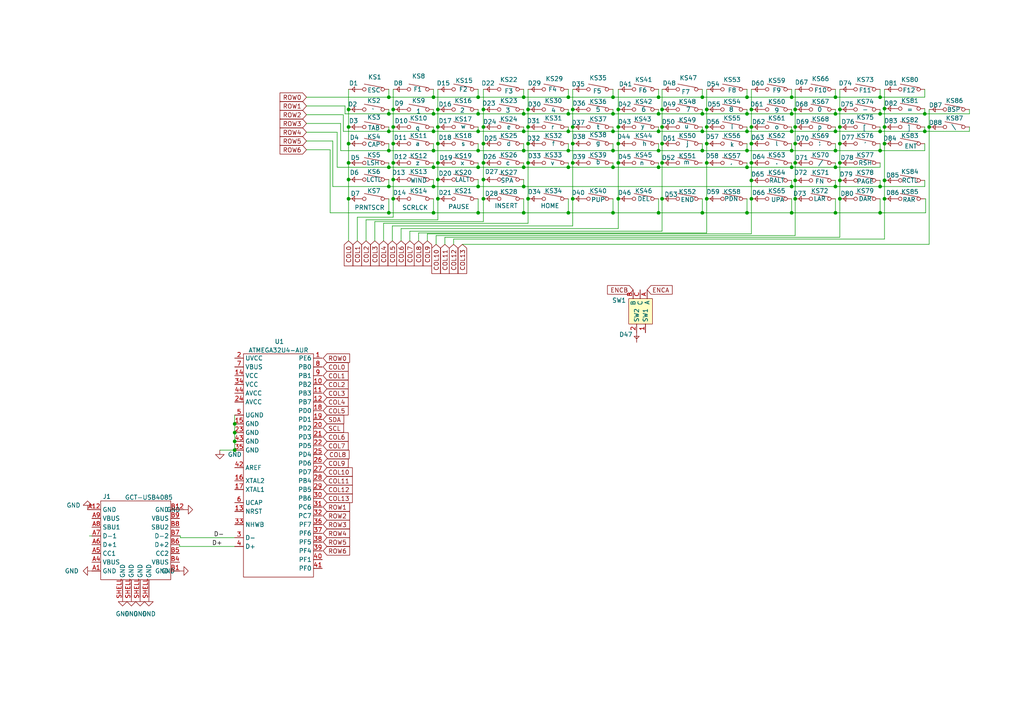
<source format=kicad_sch>
(kicad_sch (version 20211123) (generator eeschema)
  (paper "A4")
  (junction (at 217.932 41.656))
  (junction (at 242.316 33.02))
  (junction (at 125.73 38.1))
  (junction (at 242.316 54.102))
  (junction (at 177.8 48.514))
  (junction (at 179.324 41.656))
  (junction (at 204.978 47.244))
  (junction (at 140.208 36.83))
  (junction (at 140.208 31.75))
  (junction (at 177.8 61.722))
  (junction (at 164.846 43.688))
  (junction (at 243.586 36.83))
  (junction (at 255.27 33.02))
  (junction (at 127 57.658))
  (junction (at 138.684 28.194))
  (junction (at 114.046 41.656))
  (junction (at 101.092 36.83))
  (junction (at 177.8 28.194))
  (junction (at 230.632 41.656))
  (junction (at 204.978 36.83))
  (junction (at 138.684 38.1))
  (junction (at 177.8 43.688))
  (junction (at 256.54 31.496))
  (junction (at 191.008 38.1))
  (junction (at 179.324 36.83))
  (junction (at 153.162 47.244))
  (junction (at 101.092 52.07))
  (junction (at 191.008 61.722))
  (junction (at 101.092 57.658))
  (junction (at 229.616 33.02))
  (junction (at 114.046 52.07))
  (junction (at 153.162 31.75))
  (junction (at 255.27 61.722))
  (junction (at 203.708 38.1))
  (junction (at 192.024 36.83))
  (junction (at 125.73 33.02))
  (junction (at 151.892 28.194))
  (junction (at 151.892 38.1))
  (junction (at 164.846 28.194))
  (junction (at 112.776 38.1))
  (junction (at 204.978 31.75))
  (junction (at 192.024 47.244))
  (junction (at 216.662 33.02))
  (junction (at 153.162 41.656))
  (junction (at 216.662 48.514))
  (junction (at 153.162 57.658))
  (junction (at 125.73 28.194))
  (junction (at 230.632 47.244))
  (junction (at 153.162 36.83))
  (junction (at 164.846 61.722))
  (junction (at 255.27 54.102))
  (junction (at 138.684 33.02))
  (junction (at 255.27 43.688))
  (junction (at 217.932 31.75))
  (junction (at 192.024 41.656))
  (junction (at 151.892 43.688))
  (junction (at 112.776 43.688))
  (junction (at 112.776 61.722))
  (junction (at 203.708 28.194))
  (junction (at 127 47.244))
  (junction (at 217.932 57.658))
  (junction (at 101.092 31.75))
  (junction (at 256.54 52.324))
  (junction (at 229.616 61.722))
  (junction (at 242.316 48.514))
  (junction (at 242.316 43.688))
  (junction (at 192.024 31.75))
  (junction (at 191.008 48.514))
  (junction (at 179.324 57.658))
  (junction (at 256.54 57.658))
  (junction (at 243.586 52.324))
  (junction (at 112.776 48.514))
  (junction (at 242.316 61.722))
  (junction (at 268.224 38.1))
  (junction (at 114.046 47.244))
  (junction (at 230.632 52.324))
  (junction (at 230.632 36.83))
  (junction (at 256.54 41.656))
  (junction (at 166.116 57.658))
  (junction (at 217.932 36.83))
  (junction (at 230.632 31.75))
  (junction (at 68.072 128.016))
  (junction (at 127 41.656))
  (junction (at 164.846 38.1))
  (junction (at 138.684 61.722))
  (junction (at 243.586 41.656))
  (junction (at 177.8 33.02))
  (junction (at 204.978 57.658))
  (junction (at 127 36.83))
  (junction (at 166.116 41.656))
  (junction (at 112.776 33.02))
  (junction (at 242.316 38.1))
  (junction (at 166.116 47.244))
  (junction (at 203.708 61.722))
  (junction (at 166.116 36.83))
  (junction (at 125.73 54.102))
  (junction (at 140.208 47.244))
  (junction (at 203.708 33.02))
  (junction (at 192.024 57.658))
  (junction (at 243.586 31.75))
  (junction (at 151.892 33.02))
  (junction (at 229.616 43.688))
  (junction (at 140.208 52.07))
  (junction (at 191.008 43.688))
  (junction (at 164.846 33.02))
  (junction (at 203.708 43.688))
  (junction (at 229.616 54.102))
  (junction (at 217.932 52.324))
  (junction (at 125.73 43.688))
  (junction (at 151.892 54.102))
  (junction (at 127 52.07))
  (junction (at 255.27 28.194))
  (junction (at 138.684 48.514))
  (junction (at 164.846 48.514))
  (junction (at 229.616 38.1))
  (junction (at 179.324 47.244))
  (junction (at 242.316 28.194))
  (junction (at 151.892 61.722))
  (junction (at 216.662 43.688))
  (junction (at 114.046 57.658))
  (junction (at 179.324 31.75))
  (junction (at 68.072 122.936))
  (junction (at 101.092 47.244))
  (junction (at 114.046 31.75))
  (junction (at 151.892 48.514))
  (junction (at 101.092 41.656))
  (junction (at 191.008 33.02))
  (junction (at 166.116 31.75))
  (junction (at 127 31.75))
  (junction (at 191.008 28.194))
  (junction (at 125.73 48.514))
  (junction (at 268.224 33.02))
  (junction (at 243.586 47.244))
  (junction (at 140.208 57.658))
  (junction (at 243.586 57.658))
  (junction (at 216.662 28.194))
  (junction (at 114.046 36.83))
  (junction (at 204.978 41.656))
  (junction (at 112.776 54.102))
  (junction (at 230.632 57.658))
  (junction (at 125.73 61.722))
  (junction (at 140.208 41.656))
  (junction (at 216.662 38.1))
  (junction (at 229.616 28.194))
  (junction (at 217.932 47.244))
  (junction (at 177.8 38.1))
  (junction (at 229.616 48.514))
  (junction (at 68.072 125.476))
  (junction (at 255.27 38.1))
  (junction (at 112.776 28.194))
  (junction (at 269.494 36.83))
  (junction (at 138.684 43.688))
  (junction (at 138.684 54.102))
  (junction (at 256.54 36.83))
  (junction (at 68.072 130.556))
  (junction (at 216.662 61.722))
  (wire (pts (xy 138.684 61.722) (xy 151.892 61.722)))
  (wire (pts (xy 97.79 38.354) (xy 97.79 48.514)))
  (wire (pts (xy 255.27 31.75) (xy 255.27 33.02)))
  (wire (pts (xy 191.008 61.722) (xy 203.708 61.722)))
  (wire (pts (xy 140.208 36.83) (xy 140.208 41.656)))
  (wire (pts (xy 177.8 33.02) (xy 191.008 33.02)))
  (wire (pts (xy 243.586 25.908) (xy 243.586 31.75)))
  (wire (pts (xy 268.224 41.656) (xy 268.224 43.688)))
  (wire (pts (xy 127 31.75) (xy 127 36.83)))
  (wire (pts (xy 203.708 28.194) (xy 216.662 28.194)))
  (wire (pts (xy 101.092 25.908) (xy 101.092 31.75)))
  (wire (pts (xy 52.07 158.496) (xy 52.07 157.988)))
  (wire (pts (xy 230.632 31.75) (xy 230.632 36.83)))
  (wire (pts (xy 229.616 25.908) (xy 229.616 28.194)))
  (wire (pts (xy 281.178 31.75) (xy 281.178 33.02)))
  (wire (pts (xy 242.316 52.324) (xy 242.316 54.102)))
  (wire (pts (xy 177.8 43.688) (xy 191.008 43.688)))
  (wire (pts (xy 153.162 36.83) (xy 153.162 41.656)))
  (wire (pts (xy 95.758 43.434) (xy 95.758 61.722)))
  (wire (pts (xy 114.046 41.656) (xy 114.046 47.244)))
  (wire (pts (xy 255.27 57.658) (xy 255.27 61.722)))
  (wire (pts (xy 164.846 61.722) (xy 177.8 61.722)))
  (wire (pts (xy 204.978 57.658) (xy 204.978 67.564)))
  (wire (pts (xy 106.172 69.85) (xy 106.172 63.754)))
  (wire (pts (xy 153.162 31.75) (xy 153.162 36.83)))
  (wire (pts (xy 229.616 33.02) (xy 242.316 33.02)))
  (wire (pts (xy 166.116 31.75) (xy 166.116 36.83)))
  (wire (pts (xy 88.9 40.894) (xy 96.52 40.894)))
  (wire (pts (xy 230.632 57.658) (xy 230.632 68.326)))
  (wire (pts (xy 230.632 41.656) (xy 230.632 47.244)))
  (wire (pts (xy 191.008 48.514) (xy 216.662 48.514)))
  (wire (pts (xy 151.892 54.102) (xy 229.616 54.102)))
  (wire (pts (xy 103.632 62.992) (xy 114.046 62.992)))
  (wire (pts (xy 125.73 52.07) (xy 125.73 54.102)))
  (wire (pts (xy 229.616 36.83) (xy 229.616 38.1)))
  (wire (pts (xy 118.872 69.85) (xy 118.872 67.056)))
  (wire (pts (xy 138.684 54.102) (xy 151.892 54.102)))
  (wire (pts (xy 243.586 31.75) (xy 243.586 36.83)))
  (wire (pts (xy 164.846 36.83) (xy 164.846 38.1)))
  (wire (pts (xy 68.072 155.956) (xy 52.324 155.956)))
  (wire (pts (xy 97.79 48.514) (xy 112.776 48.514)))
  (wire (pts (xy 243.586 47.244) (xy 243.586 52.324)))
  (wire (pts (xy 121.412 67.564) (xy 204.978 67.564)))
  (wire (pts (xy 153.162 41.656) (xy 153.162 47.244)))
  (wire (pts (xy 112.776 48.514) (xy 125.73 48.514)))
  (wire (pts (xy 242.316 31.75) (xy 242.316 33.02)))
  (wire (pts (xy 88.9 38.354) (xy 97.79 38.354)))
  (wire (pts (xy 101.092 47.244) (xy 101.092 52.07)))
  (wire (pts (xy 242.316 36.83) (xy 242.316 38.1)))
  (wire (pts (xy 243.586 36.83) (xy 243.586 41.656)))
  (wire (pts (xy 151.892 33.02) (xy 164.846 33.02)))
  (wire (pts (xy 127 25.908) (xy 127 31.75)))
  (wire (pts (xy 216.662 31.75) (xy 216.662 33.02)))
  (wire (pts (xy 153.162 64.77) (xy 153.162 57.658)))
  (wire (pts (xy 125.73 31.75) (xy 125.73 33.02)))
  (wire (pts (xy 112.776 36.83) (xy 112.776 38.1)))
  (wire (pts (xy 203.708 38.1) (xy 216.662 38.1)))
  (wire (pts (xy 268.224 36.83) (xy 268.224 38.1)))
  (wire (pts (xy 166.116 36.83) (xy 166.116 41.656)))
  (wire (pts (xy 203.708 57.658) (xy 203.708 61.722)))
  (wire (pts (xy 113.792 69.85) (xy 113.792 65.532)))
  (wire (pts (xy 179.324 36.83) (xy 179.324 41.656)))
  (wire (pts (xy 127 52.07) (xy 127 57.658)))
  (wire (pts (xy 138.684 28.194) (xy 151.892 28.194)))
  (wire (pts (xy 217.932 25.908) (xy 217.932 31.75)))
  (wire (pts (xy 191.008 28.194) (xy 203.708 28.194)))
  (wire (pts (xy 125.73 25.908) (xy 125.73 28.194)))
  (wire (pts (xy 268.224 33.02) (xy 281.178 33.02)))
  (wire (pts (xy 123.952 69.85) (xy 123.952 67.818)))
  (wire (pts (xy 100.076 30.734) (xy 100.076 33.02)))
  (wire (pts (xy 229.616 52.324) (xy 229.616 54.102)))
  (wire (pts (xy 177.8 57.658) (xy 177.8 61.722)))
  (wire (pts (xy 125.73 33.02) (xy 138.684 33.02)))
  (wire (pts (xy 108.712 69.85) (xy 108.712 64.262)))
  (wire (pts (xy 230.632 25.908) (xy 230.632 31.75)))
  (wire (pts (xy 131.572 69.342) (xy 256.54 69.342)))
  (wire (pts (xy 52.324 155.448) (xy 52.07 155.448)))
  (wire (pts (xy 179.324 25.908) (xy 179.324 31.75)))
  (wire (pts (xy 256.54 36.83) (xy 256.54 41.656)))
  (wire (pts (xy 217.932 57.658) (xy 217.932 67.818)))
  (wire (pts (xy 125.73 38.1) (xy 138.684 38.1)))
  (wire (pts (xy 166.116 65.532) (xy 166.116 57.658)))
  (wire (pts (xy 106.172 63.754) (xy 127 63.754)))
  (wire (pts (xy 164.846 48.514) (xy 177.8 48.514)))
  (wire (pts (xy 255.27 47.244) (xy 255.27 48.514)))
  (wire (pts (xy 192.024 41.656) (xy 192.024 47.244)))
  (wire (pts (xy 114.046 52.07) (xy 114.046 57.658)))
  (wire (pts (xy 151.892 25.908) (xy 151.892 28.194)))
  (wire (pts (xy 269.494 36.83) (xy 269.494 70.866)))
  (wire (pts (xy 191.008 38.1) (xy 203.708 38.1)))
  (wire (pts (xy 138.684 57.658) (xy 138.684 61.722)))
  (wire (pts (xy 191.008 57.658) (xy 191.008 61.722)))
  (wire (pts (xy 268.224 57.658) (xy 268.478 57.658)))
  (wire (pts (xy 242.316 54.102) (xy 255.27 54.102)))
  (wire (pts (xy 268.224 52.324) (xy 268.224 54.102)))
  (wire (pts (xy 204.978 41.656) (xy 204.978 47.244)))
  (wire (pts (xy 111.252 64.77) (xy 153.162 64.77)))
  (wire (pts (xy 99.568 33.274) (xy 99.568 38.1)))
  (wire (pts (xy 177.8 36.83) (xy 177.8 38.1)))
  (wire (pts (xy 68.072 120.396) (xy 68.072 122.936)))
  (wire (pts (xy 123.952 67.818) (xy 217.932 67.818)))
  (wire (pts (xy 129.032 70.866) (xy 129.032 68.834)))
  (wire (pts (xy 129.032 68.834) (xy 243.586 68.834)))
  (wire (pts (xy 138.684 47.244) (xy 138.684 48.514)))
  (wire (pts (xy 281.178 36.83) (xy 281.178 38.1)))
  (wire (pts (xy 164.846 57.658) (xy 164.846 61.722)))
  (wire (pts (xy 68.072 128.016) (xy 68.072 130.556)))
  (wire (pts (xy 192.024 67.056) (xy 192.024 57.658)))
  (wire (pts (xy 125.73 41.656) (xy 125.73 43.688)))
  (wire (pts (xy 229.616 54.102) (xy 242.316 54.102)))
  (wire (pts (xy 95.758 61.722) (xy 112.776 61.722)))
  (wire (pts (xy 138.684 52.07) (xy 138.684 54.102)))
  (wire (pts (xy 191.008 33.02) (xy 203.708 33.02)))
  (wire (pts (xy 242.316 47.244) (xy 242.316 48.514)))
  (wire (pts (xy 204.978 36.83) (xy 204.978 41.656)))
  (wire (pts (xy 255.27 61.722) (xy 268.478 61.722)))
  (wire (pts (xy 164.846 31.75) (xy 164.846 33.02)))
  (wire (pts (xy 242.316 61.722) (xy 255.27 61.722)))
  (wire (pts (xy 127 41.656) (xy 127 47.244)))
  (wire (pts (xy 216.662 33.02) (xy 229.616 33.02)))
  (wire (pts (xy 140.208 64.262) (xy 140.208 57.658)))
  (wire (pts (xy 229.616 57.658) (xy 229.616 61.722)))
  (wire (pts (xy 125.73 57.658) (xy 125.73 61.722)))
  (wire (pts (xy 191.008 47.244) (xy 191.008 48.514)))
  (wire (pts (xy 203.708 36.83) (xy 203.708 38.1)))
  (wire (pts (xy 204.978 25.908) (xy 204.978 31.75)))
  (wire (pts (xy 114.046 31.75) (xy 114.046 36.83)))
  (wire (pts (xy 191.008 31.75) (xy 191.008 33.02)))
  (wire (pts (xy 112.776 61.722) (xy 125.73 61.722)))
  (wire (pts (xy 112.776 31.75) (xy 112.776 33.02)))
  (wire (pts (xy 125.73 61.722) (xy 138.684 61.722)))
  (wire (pts (xy 230.632 47.244) (xy 230.632 52.324)))
  (wire (pts (xy 255.27 54.102) (xy 268.224 54.102)))
  (wire (pts (xy 268.224 25.908) (xy 268.224 28.194)))
  (wire (pts (xy 68.072 122.936) (xy 68.072 125.476)))
  (wire (pts (xy 191.008 25.908) (xy 191.008 28.194)))
  (wire (pts (xy 242.316 25.908) (xy 242.316 28.194)))
  (wire (pts (xy 255.27 36.83) (xy 255.27 38.1)))
  (wire (pts (xy 191.008 36.83) (xy 191.008 38.1)))
  (wire (pts (xy 101.092 36.83) (xy 101.092 41.656)))
  (wire (pts (xy 255.27 28.194) (xy 268.224 28.194)))
  (wire (pts (xy 204.978 47.244) (xy 204.978 57.658)))
  (wire (pts (xy 88.9 30.734) (xy 100.076 30.734)))
  (wire (pts (xy 96.52 54.102) (xy 112.776 54.102)))
  (wire (pts (xy 164.846 25.908) (xy 164.846 28.194)))
  (wire (pts (xy 134.112 70.866) (xy 269.494 70.866)))
  (wire (pts (xy 229.616 31.75) (xy 229.616 33.02)))
  (wire (pts (xy 151.892 43.688) (xy 164.846 43.688)))
  (wire (pts (xy 243.586 57.658) (xy 243.586 68.834)))
  (wire (pts (xy 216.662 38.1) (xy 229.616 38.1)))
  (wire (pts (xy 256.54 69.342) (xy 256.54 57.658)))
  (wire (pts (xy 216.662 41.656) (xy 216.662 43.688)))
  (wire (pts (xy 191.008 43.688) (xy 203.708 43.688)))
  (wire (pts (xy 151.892 57.658) (xy 151.892 61.722)))
  (wire (pts (xy 255.27 41.656) (xy 255.27 43.688)))
  (wire (pts (xy 112.776 33.02) (xy 125.73 33.02)))
  (wire (pts (xy 127 57.658) (xy 127 63.754)))
  (wire (pts (xy 108.712 64.262) (xy 140.208 64.262)))
  (wire (pts (xy 177.8 31.75) (xy 177.8 33.02)))
  (wire (pts (xy 216.662 25.908) (xy 216.662 28.194)))
  (wire (pts (xy 192.024 47.244) (xy 192.024 57.658)))
  (wire (pts (xy 151.892 31.75) (xy 151.892 33.02)))
  (wire (pts (xy 112.776 25.908) (xy 112.776 28.194)))
  (wire (pts (xy 151.892 36.83) (xy 151.892 38.1)))
  (wire (pts (xy 229.616 38.1) (xy 242.316 38.1)))
  (wire (pts (xy 140.208 47.244) (xy 140.208 52.07)))
  (wire (pts (xy 192.024 31.75) (xy 192.024 36.83)))
  (wire (pts (xy 216.662 47.244) (xy 216.662 48.514)))
  (wire (pts (xy 125.73 54.102) (xy 138.684 54.102)))
  (wire (pts (xy 151.892 61.722) (xy 164.846 61.722)))
  (wire (pts (xy 52.324 155.956) (xy 52.324 155.448)))
  (wire (pts (xy 151.892 41.656) (xy 151.892 43.688)))
  (wire (pts (xy 118.872 67.056) (xy 192.024 67.056)))
  (wire (pts (xy 103.632 69.85) (xy 103.632 62.992)))
  (wire (pts (xy 243.586 41.656) (xy 243.586 47.244)))
  (wire (pts (xy 242.316 48.514) (xy 255.27 48.514)))
  (wire (pts (xy 268.224 38.1) (xy 281.178 38.1)))
  (wire (pts (xy 229.616 48.514) (xy 242.316 48.514)))
  (wire (pts (xy 98.806 35.814) (xy 98.806 43.688)))
  (wire (pts (xy 88.9 43.434) (xy 95.758 43.434)))
  (wire (pts (xy 179.324 41.656) (xy 179.324 47.244)))
  (wire (pts (xy 256.54 52.324) (xy 256.54 57.658)))
  (wire (pts (xy 217.932 52.324) (xy 217.932 57.658)))
  (wire (pts (xy 138.684 33.02) (xy 151.892 33.02)))
  (wire (pts (xy 164.846 41.656) (xy 164.846 43.688)))
  (wire (pts (xy 153.162 47.244) (xy 153.162 57.658)))
  (wire (pts (xy 217.932 41.656) (xy 217.932 47.244)))
  (wire (pts (xy 242.316 28.194) (xy 255.27 28.194)))
  (wire (pts (xy 256.54 31.496) (xy 256.54 36.83)))
  (wire (pts (xy 203.708 31.75) (xy 203.708 33.02)))
  (wire (pts (xy 242.316 57.658) (xy 242.316 61.722)))
  (wire (pts (xy 112.776 28.194) (xy 125.73 28.194)))
  (wire (pts (xy 216.662 36.83) (xy 216.662 38.1)))
  (wire (pts (xy 203.708 43.688) (xy 216.662 43.688)))
  (wire (pts (xy 203.708 25.908) (xy 203.708 28.194)))
  (wire (pts (xy 114.046 47.244) (xy 114.046 52.07)))
  (wire (pts (xy 203.708 41.656) (xy 203.708 43.688)))
  (wire (pts (xy 126.492 70.866) (xy 126.492 68.326)))
  (wire (pts (xy 140.208 41.656) (xy 140.208 47.244)))
  (wire (pts (xy 99.568 38.1) (xy 112.776 38.1)))
  (wire (pts (xy 230.632 36.83) (xy 230.632 41.656)))
  (wire (pts (xy 125.73 36.83) (xy 125.73 38.1)))
  (wire (pts (xy 138.684 41.656) (xy 138.684 43.688)))
  (wire (pts (xy 125.73 47.244) (xy 125.73 48.514)))
  (wire (pts (xy 114.046 57.658) (xy 114.046 62.992)))
  (wire (pts (xy 217.932 36.83) (xy 217.932 41.656)))
  (wire (pts (xy 153.162 25.908) (xy 153.162 31.75)))
  (wire (pts (xy 177.8 48.514) (xy 191.008 48.514)))
  (wire (pts (xy 177.8 38.1) (xy 191.008 38.1)))
  (wire (pts (xy 255.27 43.688) (xy 268.224 43.688)))
  (wire (pts (xy 177.8 28.194) (xy 191.008 28.194)))
  (wire (pts (xy 101.092 31.75) (xy 101.092 36.83)))
  (wire (pts (xy 243.586 52.324) (xy 243.586 57.658)))
  (wire (pts (xy 166.116 47.244) (xy 166.116 57.658)))
  (wire (pts (xy 112.776 54.102) (xy 125.73 54.102)))
  (wire (pts (xy 88.9 28.194) (xy 112.776 28.194)))
  (wire (pts (xy 217.932 47.244) (xy 217.932 52.324)))
  (wire (pts (xy 111.252 69.85) (xy 111.252 64.77)))
  (wire (pts (xy 88.9 35.814) (xy 98.806 35.814)))
  (wire (pts (xy 256.54 41.656) (xy 256.54 52.324)))
  (wire (pts (xy 112.776 43.688) (xy 125.73 43.688)))
  (wire (pts (xy 114.046 25.908) (xy 114.046 31.75)))
  (wire (pts (xy 140.208 25.908) (xy 140.208 31.75)))
  (wire (pts (xy 230.632 52.324) (xy 230.632 57.658)))
  (wire (pts (xy 63.754 130.556) (xy 68.072 130.556)))
  (wire (pts (xy 127 36.83) (xy 127 41.656)))
  (wire (pts (xy 96.52 40.894) (xy 96.52 54.102)))
  (wire (pts (xy 138.684 25.908) (xy 138.684 28.194)))
  (wire (pts (xy 101.092 57.658) (xy 101.092 69.85)))
  (wire (pts (xy 216.662 48.514) (xy 229.616 48.514)))
  (wire (pts (xy 242.316 41.656) (xy 242.316 43.688)))
  (wire (pts (xy 112.776 52.07) (xy 112.776 54.102)))
  (wire (pts (xy 177.8 41.656) (xy 177.8 43.688)))
  (wire (pts (xy 229.616 61.722) (xy 242.316 61.722)))
  (wire (pts (xy 255.27 33.02) (xy 268.224 33.02)))
  (wire (pts (xy 101.092 41.656) (xy 101.092 47.244)))
  (wire (pts (xy 116.332 69.85) (xy 116.332 66.294)))
  (wire (pts (xy 131.572 70.866) (xy 131.572 69.342)))
  (wire (pts (xy 255.27 38.1) (xy 268.224 38.1)))
  (wire (pts (xy 112.776 57.658) (xy 112.776 61.722)))
  (wire (pts (xy 140.208 52.07) (xy 140.208 57.658)))
  (wire (pts (xy 138.684 36.83) (xy 138.684 38.1)))
  (wire (pts (xy 125.73 28.194) (xy 138.684 28.194)))
  (wire (pts (xy 204.978 31.75) (xy 204.978 36.83)))
  (wire (pts (xy 164.846 38.1) (xy 177.8 38.1)))
  (wire (pts (xy 138.684 43.688) (xy 151.892 43.688)))
  (wire (pts (xy 216.662 57.658) (xy 216.662 61.722)))
  (wire (pts (xy 164.846 43.688) (xy 177.8 43.688)))
  (wire (pts (xy 177.8 47.244) (xy 177.8 48.514)))
  (wire (pts (xy 255.27 25.908) (xy 255.27 28.194)))
  (wire (pts (xy 164.846 33.02) (xy 177.8 33.02)))
  (wire (pts (xy 191.008 41.656) (xy 191.008 43.688)))
  (wire (pts (xy 229.616 28.194) (xy 242.316 28.194)))
  (wire (pts (xy 217.932 31.75) (xy 217.932 36.83)))
  (wire (pts (xy 101.092 52.07) (xy 101.092 57.658)))
  (wire (pts (xy 177.8 25.908) (xy 177.8 28.194)))
  (wire (pts (xy 166.116 41.656) (xy 166.116 47.244)))
  (wire (pts (xy 126.492 68.326) (xy 230.632 68.326)))
  (wire (pts (xy 100.076 33.02) (xy 112.776 33.02)))
  (wire (pts (xy 125.73 43.688) (xy 138.684 43.688)))
  (wire (pts (xy 192.024 25.908) (xy 192.024 31.75)))
  (wire (pts (xy 26.67 155.448) (xy 25.908 155.448)))
  (wire (pts (xy 125.73 48.514) (xy 138.684 48.514)))
  (wire (pts (xy 151.892 38.1) (xy 164.846 38.1)))
  (wire (pts (xy 138.684 38.1) (xy 151.892 38.1)))
  (wire (pts (xy 268.224 31.496) (xy 268.224 33.02)))
  (wire (pts (xy 140.208 31.75) (xy 140.208 36.83)))
  (wire (pts (xy 151.892 28.194) (xy 164.846 28.194)))
  (wire (pts (xy 216.662 28.194) (xy 229.616 28.194)))
  (wire (pts (xy 242.316 38.1) (xy 255.27 38.1)))
  (wire (pts (xy 179.324 47.244) (xy 179.324 57.658)))
  (wire (pts (xy 229.616 43.688) (xy 242.316 43.688)))
  (wire (pts (xy 121.412 69.85) (xy 121.412 67.564)))
  (wire (pts (xy 203.708 61.722) (xy 216.662 61.722)))
  (wire (pts (xy 68.072 158.496) (xy 52.07 158.496)))
  (wire (pts (xy 256.54 25.908) (xy 256.54 31.496)))
  (wire (pts (xy 229.616 47.244) (xy 229.616 48.514)))
  (wire (pts (xy 164.846 47.244) (xy 164.846 48.514)))
  (wire (pts (xy 179.324 57.658) (xy 179.324 66.294)))
  (wire (pts (xy 229.616 41.656) (xy 229.616 43.688)))
  (wire (pts (xy 242.316 43.688) (xy 255.27 43.688)))
  (wire (pts (xy 112.776 41.656) (xy 112.776 43.688)))
  (wire (pts (xy 151.892 52.07) (xy 151.892 54.102)))
  (wire (pts (xy 166.116 25.908) (xy 166.116 31.75)))
  (wire (pts (xy 255.27 52.324) (xy 255.27 54.102)))
  (wire (pts (xy 114.046 36.83) (xy 114.046 41.656)))
  (wire (pts (xy 164.846 28.194) (xy 177.8 28.194)))
  (wire (pts (xy 216.662 61.722) (xy 229.616 61.722)))
  (wire (pts (xy 177.8 61.722) (xy 191.008 61.722)))
  (wire (pts (xy 269.494 31.75) (xy 269.494 36.83)))
  (wire (pts (xy 242.316 33.02) (xy 255.27 33.02)))
  (wire (pts (xy 112.776 47.244) (xy 112.776 48.514)))
  (wire (pts (xy 116.332 66.294) (xy 179.324 66.294)))
  (wire (pts (xy 203.708 33.02) (xy 216.662 33.02)))
  (wire (pts (xy 151.892 47.244) (xy 151.892 48.514)))
  (wire (pts (xy 151.892 48.514) (xy 164.846 48.514)))
  (wire (pts (xy 98.806 43.688) (xy 112.776 43.688)))
  (wire (pts (xy 268.478 57.658) (xy 268.478 61.722)))
  (wire (pts (xy 112.776 38.1) (xy 125.73 38.1)))
  (wire (pts (xy 192.024 36.83) (xy 192.024 41.656)))
  (wire (pts (xy 68.072 125.476) (xy 68.072 128.016)))
  (wire (pts (xy 216.662 43.688) (xy 229.616 43.688)))
  (wire (pts (xy 179.324 31.75) (xy 179.324 36.83)))
  (wire (pts (xy 127 47.244) (xy 127 52.07)))
  (wire (pts (xy 88.9 33.274) (xy 99.568 33.274)))
  (wire (pts (xy 138.684 48.514) (xy 151.892 48.514)))
  (wire (pts (xy 113.792 65.532) (xy 166.116 65.532)))
  (wire (pts (xy 138.684 31.75) (xy 138.684 33.02)))
  (label "D-" (at 61.976 155.956 0))
  (label "D+" (at 61.468 158.496 0))
  (global_label "ROW6" (shape input) (at 88.9 43.434 180) (property "Intersheet References" "${INTERSHEET_REFS}" (effects hide)))
  (global_label "COL10" (shape input) (at 126.492 70.866 270) (property "Intersheet References" "${INTERSHEET_REFS}" (effects hide)))
  (global_label "ROW6" (shape input) (at 93.726 159.766 0) (property "Intersheet References" "${INTERSHEET_REFS}" (effects hide)))
  (global_label "ENCB" (shape input) (at 183.642 84.074 180) (property "Intersheet References" "${INTERSHEET_REFS}" (effects hide)))
  (global_label "COL2" (shape input) (at 93.726 111.506 0) (property "Intersheet References" "${INTERSHEET_REFS}" (effects hide)))
  (global_label "COL0" (shape input) (at 101.092 69.85 270) (property "Intersheet References" "${INTERSHEET_REFS}" (effects hide)))
  (global_label "COL1" (shape input) (at 93.726 108.966 0) (property "Intersheet References" "${INTERSHEET_REFS}" (effects hide)))
  (global_label "COL12" (shape input) (at 131.572 70.866 270) (property "Intersheet References" "${INTERSHEET_REFS}" (effects hide)))
  (global_label "COL11" (shape input) (at 129.032 70.866 270) (property "Intersheet References" "${INTERSHEET_REFS}" (effects hide)))
  (global_label "ROW0" (shape input) (at 93.726 103.886 0) (property "Intersheet References" "${INTERSHEET_REFS}" (effects hide)))
  (global_label "ENCA" (shape input) (at 187.706 84.074 0) (property "Intersheet References" "${INTERSHEET_REFS}" (effects hide)))
  (global_label "COL1" (shape input) (at 103.632 69.85 270) (property "Intersheet References" "${INTERSHEET_REFS}" (effects hide)))
  (global_label "ROW2" (shape input) (at 88.9 33.274 180) (property "Intersheet References" "${INTERSHEET_REFS}" (effects hide)))
  (global_label "ROW4" (shape input) (at 93.726 154.686 0) (property "Intersheet References" "${INTERSHEET_REFS}" (effects hide)))
  (global_label "SCL" (shape input) (at 93.726 124.206 0) (property "Intersheet References" "${INTERSHEET_REFS}" (effects hide)))
  (global_label "COL8" (shape input) (at 121.412 69.85 270) (property "Intersheet References" "${INTERSHEET_REFS}" (effects hide)))
  (global_label "COL5" (shape input) (at 113.792 69.85 270) (property "Intersheet References" "${INTERSHEET_REFS}" (effects hide)))
  (global_label "COL12" (shape input) (at 93.726 141.986 0) (property "Intersheet References" "${INTERSHEET_REFS}" (effects hide)))
  (global_label "COL11" (shape input) (at 93.726 139.446 0) (property "Intersheet References" "${INTERSHEET_REFS}" (effects hide)))
  (global_label "COL8" (shape input) (at 93.98 131.826 0) (property "Intersheet References" "${INTERSHEET_REFS}" (effects hide)))
  (global_label "COL4" (shape input) (at 111.252 69.85 270) (property "Intersheet References" "${INTERSHEET_REFS}" (effects hide)))
  (global_label "ROW1" (shape input) (at 88.9 30.734 180) (property "Intersheet References" "${INTERSHEET_REFS}" (effects hide)))
  (global_label "ROW2" (shape input) (at 93.726 149.606 0) (property "Intersheet References" "${INTERSHEET_REFS}" (effects hide)))
  (global_label "COL3" (shape input) (at 108.712 69.85 270) (property "Intersheet References" "${INTERSHEET_REFS}" (effects hide)))
  (global_label "COL3" (shape input) (at 93.726 114.046 0) (property "Intersheet References" "${INTERSHEET_REFS}" (effects hide)))
  (global_label "ROW1" (shape input) (at 93.726 147.066 0) (property "Intersheet References" "${INTERSHEET_REFS}" (effects hide)))
  (global_label "ROW3" (shape input) (at 88.9 35.814 180) (property "Intersheet References" "${INTERSHEET_REFS}" (effects hide)))
  (global_label "COL6" (shape input) (at 116.332 69.85 270) (property "Intersheet References" "${INTERSHEET_REFS}" (effects hide)))
  (global_label "ROW4" (shape input) (at 88.9 38.354 180) (property "Intersheet References" "${INTERSHEET_REFS}" (effects hide)))
  (global_label "COL10" (shape input) (at 93.726 136.906 0) (property "Intersheet References" "${INTERSHEET_REFS}" (effects hide)))
  (global_label "ROW0" (shape input) (at 88.9 28.194 180) (property "Intersheet References" "${INTERSHEET_REFS}" (effects hide)))
  (global_label "COL9" (shape input) (at 123.952 69.85 270) (property "Intersheet References" "${INTERSHEET_REFS}" (effects hide)))
  (global_label "COL9" (shape input) (at 93.726 134.366 0) (property "Intersheet References" "${INTERSHEET_REFS}" (effects hide)))
  (global_label "ROW3" (shape input) (at 93.726 152.146 0) (property "Intersheet References" "${INTERSHEET_REFS}" (effects hide)))
  (global_label "COL5" (shape input) (at 93.726 119.126 0) (property "Intersheet References" "${INTERSHEET_REFS}" (effects hide)))
  (global_label "ROW5" (shape input) (at 93.726 157.226 0) (property "Intersheet References" "${INTERSHEET_REFS}" (effects hide)))
  (global_label "COL6" (shape input) (at 93.726 126.746 0) (property "Intersheet References" "${INTERSHEET_REFS}" (effects hide)))
  (global_label "ROW5" (shape input) (at 88.9 40.894 180) (property "Intersheet References" "${INTERSHEET_REFS}" (effects hide)))
  (global_label "COL13" (shape input) (at 93.726 144.526 0) (property "Intersheet References" "${INTERSHEET_REFS}" (effects hide)))
  (global_label "COL2" (shape input) (at 106.172 69.85 270) (property "Intersheet References" "${INTERSHEET_REFS}" (effects hide)))
  (global_label "SDA" (shape input) (at 93.726 121.666 0) (property "Intersheet References" "${INTERSHEET_REFS}" (effects hide)))
  (global_label "COL7" (shape input) (at 93.726 129.286 0) (property "Intersheet References" "${INTERSHEET_REFS}" (effects hide)))
  (global_label "COL4" (shape input) (at 93.726 116.586 0) (property "Intersheet References" "${INTERSHEET_REFS}" (effects hide)))
  (global_label "COL7" (shape input) (at 118.872 69.85 270) (property "Intersheet References" "${INTERSHEET_REFS}" (effects hide)))
  (global_label "COL13" (shape input) (at 134.112 70.866 270) (property "Intersheet References" "${INTERSHEET_REFS}" (effects hide)))
  (global_label "COL0" (shape input) (at 93.726 106.426 0) (property "Intersheet References" "${INTERSHEET_REFS}" (effects hide)))
  (symbol (lib_id "symbols:KeyboardSwitch") (at 186.69 31.75 0) (unit 1)
    (property "Reference" "KS42" (at 186.69 29.464 0))
    (property "Value" "6" (at 186.69 31.75 0))
    (property "Footprint" "keyboard_fp:CherryMx" (effects hide))
  )
  (symbol (lib_id "symbols:KeyboardSwitch") (at 212.344 57.658 0) (unit 1)
    (property "Reference" "KS58" (at 212.344 55.626 0))
    (property "Value" "PDN" (at 212.09 57.658 0))
    (property "Footprint" "keyboard_fp:CherryMx" (effects hide))
  )
  (symbol (lib_id "power:GND") (at 43.18 173.228 0) (unit 1)
    (property "Reference" "#PWR03" (effects hide))
    (property "Value" "GND" (at 43.18 178.054 0))
  )
  (symbol (lib_id "symbols:KeyboardSwitch") (at 276.86 31.75 0) (unit 1)
    (property "Reference" "KS86" (at 276.86 29.21 0))
    (property "Value" "BSP" (at 276.606 31.75 0))
    (property "Footprint" "keyboard_fp:CherryMx" (effects hide))
  )
  (symbol (lib_id "power:GND") (at 38.1 173.228 0) (unit 1)
    (property "Reference" "#PWR05" (effects hide))
    (property "Value" "GND" (at 38.1 178.054 0))
  )
  (symbol (lib_id "symbols:1N4148WX-TP") (at 205.74 25.654 180) (unit 1)
    (property "Reference" "D54" (at 208.788 24.384 0) (effects (justify left)))
    (property "Value" "1N4148WX-TP" (effects hide))
    (property "Footprint" "keyboard_fp:SOD323" (effects hide))
  )
  (symbol (lib_id "symbols:1N4148WX-TP") (at 218.694 31.496 180) (unit 1)
    (property "Reference" "D61" (at 221.488 30.226 0) (effects (justify left)))
    (property "Value" "1N4148WX-TP" (effects hide))
    (property "Footprint" "keyboard_fp:SOD323" (effects hide))
  )
  (symbol (lib_id "symbols:1N4148WX-TP") (at 166.878 36.576 180) (unit 1)
    (property "Reference" "D37" (at 169.672 35.56 0) (effects (justify left)))
    (property "Value" "1N4148WX-TP" (effects hide))
    (property "Footprint" "keyboard_fp:SOD323" (effects hide))
  )
  (symbol (lib_id "symbols:1N4148WX-TP") (at 166.878 57.404 180) (unit 1)
    (property "Reference" "D40" (at 169.672 55.88 0) (effects (justify left)))
    (property "Value" "1N4148WX-TP" (effects hide))
    (property "Footprint" "keyboard_fp:SOD323" (effects hide))
  )
  (symbol (lib_id "symbols:1N4148WX-TP") (at 205.74 57.404 180) (unit 1)
    (property "Reference" "D59" (at 208.788 55.626 0) (effects (justify left)))
    (property "Value" "1N4148WX-TP" (effects hide))
    (property "Footprint" "keyboard_fp:SOD323" (effects hide))
  )
  (symbol (lib_id "symbols:KeyboardSwitch") (at 134.366 36.83 0) (unit 1)
    (property "Reference" "KS17" (at 134.366 34.544 0))
    (property "Value" "w" (at 134.366 36.576 0))
    (property "Footprint" "keyboard_fp:CherryMx" (effects hide))
  )
  (symbol (lib_id "symbols:KeyboardSwitch") (at 147.574 52.07 0) (unit 1)
    (property "Reference" "KS27" (at 147.574 50.038 0))
    (property "Value" "SPA" (at 147.066 52.324 0))
    (property "Footprint" "keyboard_fp:CherryMx" (effects hide))
  )
  (symbol (lib_id "symbols:1N4148WX-TP") (at 270.256 36.576 180) (unit 1)
    (property "Reference" "D88" (at 273.304 35.56 0) (effects (justify left)))
    (property "Value" "1N4148WX-TP" (effects hide))
    (property "Footprint" "keyboard_fp:SOD323" (effects hide))
  )
  (symbol (lib_id "symbols:1N4148WX-TP") (at 101.854 46.99 180) (unit 1)
    (property "Reference" "D5" (at 104.394 45.72 0) (effects (justify left)))
    (property "Value" "1N4148WX-TP" (effects hide))
    (property "Footprint" "keyboard_fp:SOD323" (effects hide))
  )
  (symbol (lib_id "symbols:PEC11H-RotaryEncoderSwitch") (at 186.182 90.424 90) (unit 1)
    (property "Reference" "SW1" (at 181.61 87.122 90) (effects (justify left)))
    (property "Value" "PEC11H-RotaryEncoderSwitch" (effects hide))
    (property "Footprint" "keyboard_fp:PEC11H-RotaryEncoderSwitch" (effects hide))
  )
  (symbol (lib_id "symbols:GCT-USB4085") (at 39.37 156.718 0) (unit 1)
    (property "Reference" "J1" (at 30.988 144.018 0))
    (property "Value" "GCT-USB4085" (at 43.18 144.272 0))
    (property "Footprint" "keyboard_fp:USB4085-GF-A" (effects hide))
    (property "DigikeyPN" "2073-USB4085-GF-ATR-ND" (effects hide))
  )
  (symbol (lib_id "symbols:KeyboardSwitch") (at 134.366 57.658 0) (unit 1)
    (property "Reference" "KS21" (at 134.366 55.372 0))
    (property "Value" "PAUSE" (at 133.096 59.944 0))
    (property "Footprint" "keyboard_fp:CherryMx" (effects hide))
  )
  (symbol (lib_id "power:GND") (at 26.67 165.608 270) (unit 1)
    (property "Reference" "#PWR07" (effects hide))
    (property "Value" "GND" (at 22.86 165.6081 90) (effects (justify right)))
  )
  (symbol (lib_id "symbols:KeyboardSwitch") (at 263.906 41.656 0) (unit 1)
    (property "Reference" "KS83" (at 263.906 39.37 0))
    (property "Value" "ENT" (at 264.16 42.418 0))
    (property "Footprint" "keyboard_fp:CherryMx" (effects hide))
  )
  (symbol (lib_id "symbols:KeyboardSwitch") (at 108.458 25.908 0) (unit 1)
    (property "Reference" "KS1" (at 108.712 22.352 0))
    (property "Value" "ESC" (at 108.458 26.162 0))
    (property "Footprint" "keyboard_fp:CherryMx" (effects hide))
  )
  (symbol (lib_id "symbols:KeyboardSwitch") (at 121.412 57.658 0) (unit 1)
    (property "Reference" "KS14" (at 121.412 55.372 0))
    (property "Value" "SCRLCK" (at 120.396 60.198 0))
    (property "Footprint" "keyboard_fp:CherryMx" (effects hide))
  )
  (symbol (lib_id "symbols:KeyboardSwitch") (at 160.528 47.244 0) (unit 1)
    (property "Reference" "KS33" (at 160.528 44.958 0))
    (property "Value" "v" (at 160.274 47.244 0))
    (property "Footprint" "keyboard_fp:CherryMx" (effects hide))
  )
  (symbol (lib_id "symbols:KeyboardSwitch") (at 186.69 47.244 0) (unit 1)
    (property "Reference" "KS45" (at 186.69 44.958 0))
    (property "Value" "n" (at 186.182 47.244 0))
    (property "Footprint" "keyboard_fp:CherryMx" (effects hide))
  )
  (symbol (lib_id "symbols:1N4148WX-TP") (at 153.924 41.402 180) (unit 1)
    (property "Reference" "D32" (at 156.718 40.132 0) (effects (justify left)))
    (property "Value" "1N4148WX-TP" (effects hide))
    (property "Footprint" "keyboard_fp:SOD323" (effects hide))
  )
  (symbol (lib_id "symbols:KeyboardSwitch") (at 186.69 25.908 0) (unit 1)
    (property "Reference" "KS41" (at 186.69 23.114 0))
    (property "Value" "F6" (at 186.436 26.162 0))
    (property "Footprint" "keyboard_fp:CherryMx" (effects hide))
  )
  (symbol (lib_id "symbols:1N4148WX-TP") (at 101.854 57.404 180) (unit 1)
    (property "Reference" "D7" (at 104.394 56.134 0) (effects (justify left)))
    (property "Value" "1N4148WX-TP" (effects hide))
    (property "Footprint" "keyboard_fp:SOD323" (effects hide))
  )
  (symbol (lib_id "symbols:KeyboardSwitch") (at 237.998 52.324 0) (unit 1)
    (property "Reference" "KS71" (at 237.998 50.038 0))
    (property "Value" "FN" (at 237.744 52.578 0))
    (property "Footprint" "keyboard_fp:CherryMx" (effects hide))
  )
  (symbol (lib_id "symbols:KeyboardSwitch") (at 225.298 41.656 0) (unit 1)
    (property "Reference" "KS62" (at 225.298 39.37 0))
    (property "Value" "l" (at 225.298 41.656 0))
    (property "Footprint" "keyboard_fp:CherryMx" (effects hide))
  )
  (symbol (lib_id "symbols:KeyboardSwitch") (at 160.528 41.656 0) (unit 1)
    (property "Reference" "KS32" (at 160.528 39.37 0))
    (property "Value" "f" (at 160.528 41.656 0))
    (property "Footprint" "keyboard_fp:CherryMx" (effects hide))
  )
  (symbol (lib_id "symbols:1N4148WX-TP") (at 127.762 51.816 180) (unit 1)
    (property "Reference" "D20" (at 131.064 50.292 0) (effects (justify left)))
    (property "Value" "1N4148WX-TP" (effects hide))
    (property "Footprint" "keyboard_fp:SOD323" (effects hide))
  )
  (symbol (lib_id "symbols:KeyboardSwitch") (at 173.482 41.656 0) (unit 1)
    (property "Reference" "KS38" (at 173.482 39.116 0))
    (property "Value" "g" (at 173.482 41.402 0))
    (property "Footprint" "keyboard_fp:CherryMx" (effects hide))
  )
  (symbol (lib_id "symbols:KeyboardSwitch") (at 186.69 36.83 0) (unit 1)
    (property "Reference" "KS43" (at 186.436 34.544 0))
    (property "Value" "y" (at 186.436 36.576 0))
    (property "Footprint" "keyboard_fp:CherryMx" (effects hide))
  )
  (symbol (lib_id "symbols:KeyboardSwitch") (at 276.86 36.83 0) (unit 1)
    (property "Reference" "KS87" (at 276.86 34.29 0))
    (property "Value" "\\" (at 276.606 36.83 0))
    (property "Footprint" "keyboard_fp:CherryMx" (effects hide))
  )
  (symbol (lib_id "symbols:1N4148WX-TP") (at 218.694 41.402 180) (unit 1)
    (property "Reference" "D63" (at 221.742 39.878 0) (effects (justify left)))
    (property "Value" "1N4148WX-TP" (effects hide))
    (property "Footprint" "keyboard_fp:SOD323" (effects hide))
  )
  (symbol (lib_id "symbols:1N4148WX-TP") (at 270.256 31.496 180) (unit 1)
    (property "Reference" "D87" (at 273.304 30.48 0) (effects (justify left)))
    (property "Value" "1N4148WX-TP" (effects hide))
    (property "Footprint" "keyboard_fp:SOD323" (effects hide))
  )
  (symbol (lib_id "symbols:KeyboardSwitch") (at 212.344 31.75 0) (unit 1)
    (property "Reference" "KS54" (at 212.344 29.464 0))
    (property "Value" "8" (at 212.09 31.75 0))
    (property "Footprint" "keyboard_fp:CherryMx" (effects hide))
  )
  (symbol (lib_id "symbols:1N4148WX-TP") (at 153.924 31.496 180) (unit 1)
    (property "Reference" "D30" (at 156.972 30.226 0) (effects (justify left)))
    (property "Value" "1N4148WX-TP" (effects hide))
    (property "Footprint" "keyboard_fp:SOD323" (effects hide))
  )
  (symbol (lib_id "symbols:KeyboardSwitch") (at 199.39 41.656 0) (unit 1)
    (property "Reference" "KS50" (at 199.39 39.37 0))
    (property "Value" "j" (at 199.39 41.656 0))
    (property "Footprint" "keyboard_fp:CherryMx" (effects hide))
  )
  (symbol (lib_id "power:GND") (at 25.4 147.828 180) (unit 1)
    (property "Reference" "#PWR08" (effects hide))
    (property "Value" "GND" (at 23.368 146.5581 0) (effects (justify left)))
  )
  (symbol (lib_id "symbols:1N4148WX-TP") (at 218.694 25.654 180) (unit 1)
    (property "Reference" "D60" (at 221.742 24.13 0) (effects (justify left)))
    (property "Value" "1N4148WX-TP" (effects hide))
    (property "Footprint" "keyboard_fp:SOD323" (effects hide))
  )
  (symbol (lib_id "symbols:KeyboardSwitch") (at 186.69 41.656 0) (unit 1)
    (property "Reference" "KS44" (at 186.69 39.37 0))
    (property "Value" "h" (at 186.944 41.656 0))
    (property "Footprint" "keyboard_fp:CherryMx" (effects hide))
  )
  (symbol (lib_id "symbols:KeyboardSwitch") (at 212.344 25.908 0) (unit 1)
    (property "Reference" "KS53" (at 212.344 23.114 0))
    (property "Value" "F8" (at 212.344 26.162 0))
    (property "Footprint" "keyboard_fp:CherryMx" (effects hide))
  )
  (symbol (lib_id "symbols:KeyboardSwitch") (at 263.906 25.908 0) (unit 1)
    (property "Reference" "KS80" (at 263.906 23.114 0))
    (property "Value" "F12" (at 263.652 26.162 0))
    (property "Footprint" "keyboard_fp:CherryMx" (effects hide))
  )
  (symbol (lib_id "symbols:1N4148WX-TP") (at 127.762 36.576 180) (unit 1)
    (property "Reference" "D17" (at 131.064 35.052 0) (effects (justify left)))
    (property "Value" "1N4148WX-TP" (effects hide))
    (property "Footprint" "keyboard_fp:SOD323" (effects hide))
  )
  (symbol (lib_id "symbols:KeyboardSwitch") (at 225.298 36.83 0) (unit 1)
    (property "Reference" "KS61" (at 225.298 34.29 0))
    (property "Value" "o" (at 225.298 36.83 0))
    (property "Footprint" "keyboard_fp:CherryMx" (effects hide))
  )
  (symbol (lib_id "symbols:1N4148WX-TP") (at 231.394 36.576 180) (unit 1)
    (property "Reference" "D69" (at 234.696 35.306 0) (effects (justify left)))
    (property "Value" "1N4148WX-TP" (effects hide))
    (property "Footprint" "keyboard_fp:SOD323" (effects hide))
  )
  (symbol (lib_id "symbols:1N4148WX-TP") (at 101.854 31.496 180) (unit 1)
    (property "Reference" "D2" (at 103.632 30.226 0) (effects (justify left)))
    (property "Value" "1N4148WX-TP" (effects hide))
    (property "Footprint" "keyboard_fp:SOD323" (effects hide))
  )
  (symbol (lib_id "symbols:1N4148WX-TP") (at 114.808 57.404 180) (unit 1)
    (property "Reference" "D14" (at 117.856 55.88 0) (effects (justify left)))
    (property "Value" "1N4148WX-TP" (effects hide))
    (property "Footprint" "keyboard_fp:SOD323" (effects hide))
  )
  (symbol (lib_id "symbols:KeyboardSwitch") (at 250.952 47.244 0) (unit 1)
    (property "Reference" "KS77" (at 250.952 44.958 0))
    (property "Value" "RSH" (at 250.952 47.244 0))
    (property "Footprint" "keyboard_fp:CherryMx" (effects hide))
  )
  (symbol (lib_id "symbols:1N4148WX-TP") (at 114.808 36.576 180) (unit 1)
    (property "Reference" "D10" (at 118.364 35.052 0) (effects (justify left)))
    (property "Value" "1N4148WX-TP" (effects hide))
    (property "Footprint" "keyboard_fp:SOD323" (effects hide))
  )
  (symbol (lib_id "symbols:KeyboardSwitch") (at 134.366 25.908 0) (unit 1)
    (property "Reference" "KS15" (at 134.62 23.368 0))
    (property "Value" "F2" (at 134.366 25.908 0))
    (property "Footprint" "keyboard_fp:CherryMx" (effects hide))
  )
  (symbol (lib_id "symbols:KeyboardSwitch") (at 250.952 52.324 0) (unit 1)
    (property "Reference" "KS78" (at 250.952 50.038 0))
    (property "Value" "PAGE" (at 250.952 52.578 0))
    (property "Footprint" "keyboard_fp:CherryMx" (effects hide))
  )
  (symbol (lib_id "symbols:1N4148WX-TP") (at 127.762 57.404 180) (unit 1)
    (property "Reference" "D21" (at 131.064 55.88 0) (effects (justify left)))
    (property "Value" "1N4148WX-TP" (effects hide))
    (property "Footprint" "keyboard_fp:SOD323" (effects hide))
  )
  (symbol (lib_id "symbols:1N4148WX-TP") (at 257.302 41.402 180) (unit 1)
    (property "Reference" "D84" (at 260.096 40.132 0) (effects (justify left)))
    (property "Value" "1N4148WX-TP" (effects hide))
    (property "Footprint" "keyboard_fp:SOD323" (effects hide))
  )
  (symbol (lib_id "symbols:1N4148WX-TP") (at 101.854 41.402 180) (unit 1)
    (property "Reference" "D4" (at 104.14 39.878 0) (effects (justify left)))
    (property "Value" "1N4148WX-TP" (effects hide))
    (property "Footprint" "keyboard_fp:SOD323" (effects hide))
  )
  (symbol (lib_id "symbols:1N4148WX-TP") (at 192.786 41.402 180) (unit 1)
    (property "Reference" "D51" (at 196.088 40.132 0) (effects (justify left)))
    (property "Value" "1N4148WX-TP" (effects hide))
    (property "Footprint" "keyboard_fp:SOD323" (effects hide))
  )
  (symbol (lib_id "symbols:1N4148WX-TP") (at 140.97 57.404 180) (unit 1)
    (property "Reference" "D28" (at 144.526 56.134 0) (effects (justify left)))
    (property "Value" "1N4148WX-TP" (effects hide))
    (property "Footprint" "keyboard_fp:SOD323" (effects hide))
  )
  (symbol (lib_id "symbols:KeyboardSwitch") (at 199.39 57.658 0) (unit 1)
    (property "Reference" "KS52" (at 199.39 55.626 0))
    (property "Value" "END" (at 199.39 57.912 0))
    (property "Footprint" "keyboard_fp:CherryMx" (effects hide))
  )
  (symbol (lib_id "symbols:1N4148WX-TP") (at 140.97 46.99 180) (unit 1)
    (property "Reference" "D26" (at 144.018 45.466 0) (effects (justify left)))
    (property "Value" "1N4148WX-TP" (effects hide))
    (property "Footprint" "keyboard_fp:SOD323" (effects hide))
  )
  (symbol (lib_id "power:GND") (at 40.64 173.228 0) (unit 1)
    (property "Reference" "#PWR04" (effects hide))
    (property "Value" "GND" (at 40.64 178.054 0))
  )
  (symbol (lib_id "symbols:1N4148WX-TP") (at 244.348 25.654 180) (unit 1)
    (property "Reference" "D74" (at 247.142 24.13 0) (effects (justify left)))
    (property "Value" "1N4148WX-TP" (effects hide))
    (property "Footprint" "keyboard_fp:SOD323" (effects hide))
  )
  (symbol (lib_id "symbols:1N4148WX-TP") (at 166.878 41.402 180) (unit 1)
    (property "Reference" "D38" (at 169.926 39.624 0) (effects (justify left)))
    (property "Value" "1N4148WX-TP" (effects hide))
    (property "Footprint" "keyboard_fp:SOD323" (effects hide))
  )
  (symbol (lib_id "symbols:KeyboardSwitch") (at 212.344 41.656 0) (unit 1)
    (property "Reference" "KS56" (at 212.344 39.37 0))
    (property "Value" "k" (at 212.344 41.91 0))
    (property "Footprint" "keyboard_fp:CherryMx" (effects hide))
  )
  (symbol (lib_id "symbols:1N4148WX-TP") (at 180.086 46.99 180) (unit 1)
    (property "Reference" "D45" (at 183.134 45.466 0) (effects (justify left)))
    (property "Value" "1N4148WX-TP" (effects hide))
    (property "Footprint" "keyboard_fp:SOD323" (effects hide))
  )
  (symbol (lib_id "symbols:1N4148WX-TP") (at 231.394 41.402 180) (unit 1)
    (property "Reference" "D70" (at 234.696 40.132 0) (effects (justify left)))
    (property "Value" "1N4148WX-TP" (effects hide))
    (property "Footprint" "keyboard_fp:SOD323" (effects hide))
  )
  (symbol (lib_id "symbols:1N4148WX-TP") (at 244.348 36.576 180) (unit 1)
    (property "Reference" "D76" (at 247.904 35.306 0) (effects (justify left)))
    (property "Value" "1N4148WX-TP" (effects hide))
    (property "Footprint" "keyboard_fp:SOD323" (effects hide))
  )
  (symbol (lib_id "symbols:KeyboardSwitch") (at 250.952 41.656 0) (unit 1)
    (property "Reference" "KS76" (at 250.952 39.37 0))
    (property "Value" "'" (at 250.952 41.91 0))
    (property "Footprint" "keyboard_fp:CherryMx" (effects hide))
  )
  (symbol (lib_id "symbols:1N4148WX-TP") (at 192.786 36.576 180) (unit 1)
    (property "Reference" "D50" (at 195.834 35.306 0) (effects (justify left)))
    (property "Value" "1N4148WX-TP" (effects hide))
    (property "Footprint" "keyboard_fp:SOD323" (effects hide))
  )
  (symbol (lib_id "symbols:KeyboardSwitch") (at 147.574 57.658 0) (unit 1)
    (property "Reference" "KS28" (at 147.574 55.626 0))
    (property "Value" "INSERT" (at 146.812 59.69 0))
    (property "Footprint" "keyboard_fp:CherryMx" (effects hide))
  )
  (symbol (lib_id "symbols:KeyboardSwitch") (at 212.344 36.83 0) (unit 1)
    (property "Reference" "KS55" (at 212.344 34.29 0))
    (property "Value" "i" (at 212.344 36.83 0))
    (property "Footprint" "keyboard_fp:CherryMx" (effects hide))
  )
  (symbol (lib_id "symbols:KeyboardSwitch") (at 225.298 25.908 0) (unit 1)
    (property "Reference" "KS59" (at 225.298 23.368 0))
    (property "Value" "F9" (at 225.298 26.162 0))
    (property "Footprint" "keyboard_fp:CherryMx" (effects hide))
  )
  (symbol (lib_id "symbols:KeyboardSwitch") (at 121.412 25.908 0) (unit 1)
    (property "Reference" "KS8" (at 121.412 22.098 0))
    (property "Value" "F1" (at 121.158 25.908 0))
    (property "Footprint" "keyboard_fp:CherryMx" (effects hide))
  )
  (symbol (lib_id "symbols:KeyboardSwitch") (at 237.998 36.83 0) (unit 1)
    (property "Reference" "KS68" (at 237.998 34.544 0))
    (property "Value" "p" (at 237.744 36.83 0))
    (property "Footprint" "keyboard_fp:CherryMx" (effects hide))
  )
  (symbol (lib_id "symbols:1N4148WX-TP") (at 140.97 31.496 180) (unit 1)
    (property "Reference" "D23" (at 143.764 29.972 0) (effects (justify left)))
    (property "Value" "1N4148WX-TP" (effects hide))
    (property "Footprint" "keyboard_fp:SOD323" (effects hide))
  )
  (symbol (lib_id "symbols:1N4148WX-TP") (at 184.404 98.552 270) (unit 1)
    (property "Reference" "D47" (at 179.578 97.028 90) (effects (justify left)))
    (property "Value" "1N4148WX-TP" (effects hide))
    (property "Footprint" "keyboard_fp:SOD323" (effects hide))
  )
  (symbol (lib_id "symbols:1N4148WX-TP") (at 114.808 41.402 180) (unit 1)
    (property "Reference" "D11" (at 118.11 39.878 0) (effects (justify left)))
    (property "Value" "1N4148WX-TP" (effects hide))
    (property "Footprint" "keyboard_fp:SOD323" (effects hide))
  )
  (symbol (lib_id "power:GND") (at 63.754 130.556 0) (unit 1)
    (property "Reference" "#PWR09" (effects hide))
    (property "Value" "GND" (at 66.04 131.8259 0) (effects (justify left)))
  )
  (symbol (lib_id "symbols:KeyboardSwitch") (at 199.39 25.908 0) (unit 1)
    (property "Reference" "KS47" (at 199.644 22.606 0))
    (property "Value" "F7" (at 198.882 26.67 0))
    (property "Footprint" "keyboard_fp:CherryMx" (effects hide))
  )
  (symbol (lib_id "symbols:KeyboardSwitch") (at 250.952 25.908 0) (unit 1)
    (property "Reference" "KS73" (at 250.952 23.114 0))
    (property "Value" "F11" (at 250.952 26.162 0))
    (property "Footprint" "keyboard_fp:CherryMx" (effects hide))
  )
  (symbol (lib_id "symbols:KeyboardSwitch") (at 147.574 36.83 0) (unit 1)
    (property "Reference" "KS24" (at 147.574 34.544 0))
    (property "Value" "e" (at 147.574 36.83 0))
    (property "Footprint" "keyboard_fp:CherryMx" (effects hide))
  )
  (symbol (lib_id "symbols:KeyboardSwitch") (at 121.412 41.656 0) (unit 1)
    (property "Reference" "KS11" (at 121.412 39.37 0))
    (property "Value" "a" (at 121.158 41.656 0))
    (property "Footprint" "keyboard_fp:CherryMx" (effects hide))
  )
  (symbol (lib_id "power:GND") (at 52.07 165.608 90) (unit 1)
    (property "Reference" "#PWR02" (effects hide))
    (property "Value" "GND" (at 50.8 165.6081 90) (effects (justify left)))
  )
  (symbol (lib_id "symbols:1N4148WX-TP") (at 127.762 31.496 180) (unit 1)
    (property "Reference" "D16" (at 131.064 30.226 0) (effects (justify left)))
    (property "Value" "1N4148WX-TP" (effects hide))
    (property "Footprint" "keyboard_fp:SOD323" (effects hide))
  )
  (symbol (lib_id "symbols:1N4148WX-TP") (at 257.302 57.404 180) (unit 1)
    (property "Reference" "D86" (at 260.858 55.88 0) (effects (justify left)))
    (property "Value" "1N4148WX-TP" (effects hide))
    (property "Footprint" "keyboard_fp:SOD323" (effects hide))
  )
  (symbol (lib_id "symbols:KeyboardSwitch") (at 108.458 52.07 0) (unit 1)
    (property "Reference" "KS6" (at 108.458 49.784 0))
    (property "Value" "LCTL" (at 108.458 52.07 0))
    (property "Footprint" "keyboard_fp:CherryMx" (effects hide))
  )
  (symbol (lib_id "symbols:1N4148WX-TP") (at 218.694 46.99 180) (unit 1)
    (property "Reference" "D64" (at 221.996 45.466 0) (effects (justify left)))
    (property "Value" "1N4148WX-TP" (effects hide))
    (property "Footprint" "keyboard_fp:SOD323" (effects hide))
  )
  (symbol (lib_id "symbols:KeyboardSwitch") (at 147.574 41.656 0) (unit 1)
    (property "Reference" "KS25" (at 147.574 39.37 0))
    (property "Value" "d" (at 147.574 41.656 0))
    (property "Footprint" "keyboard_fp:CherryMx" (effects hide))
  )
  (symbol (lib_id "symbols:1N4148WX-TP") (at 166.878 46.99 180) (unit 1)
    (property "Reference" "D39" (at 169.926 45.466 0) (effects (justify left)))
    (property "Value" "1N4148WX-TP" (effects hide))
    (property "Footprint" "keyboard_fp:SOD323" (effects hide))
  )
  (symbol (lib_id "symbols:1N4148WX-TP") (at 114.808 31.496 180) (unit 1)
    (property "Reference" "D9" (at 117.094 29.972 0) (effects (justify left)))
    (property "Value" "1N4148WX-TP" (effects hide))
    (property "Footprint" "keyboard_fp:SOD323" (effects hide))
  )
  (symbol (lib_id "symbols:KeyboardSwitch") (at 121.412 31.75 0) (unit 1)
    (property "Reference" "KS9" (at 121.412 29.21 0))
    (property "Value" "1" (at 121.412 32.258 0))
    (property "Footprint" "keyboard_fp:CherryMx" (effects hide))
  )
  (symbol (lib_id "symbols:1N4148WX-TP") (at 231.394 31.496 180) (unit 1)
    (property "Reference" "D68" (at 234.442 30.226 0) (effects (justify left)))
    (property "Value" "1N4148WX-TP" (effects hide))
    (property "Footprint" "keyboard_fp:SOD323" (effects hide))
  )
  (symbol (lib_id "symbols:KeyboardSwitch") (at 237.998 41.656 0) (unit 1)
    (property "Reference" "KS69" (at 237.998 39.37 0))
    (property "Value" ";" (at 237.744 41.402 0))
    (property "Footprint" "keyboard_fp:CherryMx" (effects hide))
  )
  (symbol (lib_id "symbols:1N4148WX-TP") (at 218.694 52.07 180) (unit 1)
    (property "Reference" "D65" (at 221.742 50.546 0) (effects (justify left)))
    (property "Value" "1N4148WX-TP" (effects hide))
    (property "Footprint" "keyboard_fp:SOD323" (effects hide))
  )
  (symbol (lib_id "symbols:1N4148WX-TP") (at 101.854 51.816 180) (unit 1)
    (property "Reference" "D6" (at 104.14 50.038 0) (effects (justify left)))
    (property "Value" "1N4148WX-TP" (effects hide))
    (property "Footprint" "keyboard_fp:SOD323" (effects hide))
  )
  (symbol (lib_id "symbols:1N4148WX-TP") (at 180.086 36.576 180) (unit 1)
    (property "Reference" "D43" (at 183.134 35.306 0) (effects (justify left)))
    (property "Value" "1N4148WX-TP" (effects hide))
    (property "Footprint" "keyboard_fp:SOD323" (effects hide))
  )
  (symbol (lib_id "symbols:KeyboardSwitch") (at 199.39 36.83 0) (unit 1)
    (property "Reference" "KS49" (at 199.39 34.798 0))
    (property "Value" "u" (at 199.136 36.576 0))
    (property "Footprint" "keyboard_fp:CherryMx" (effects hide))
  )
  (symbol (lib_id "symbols:1N4148WX-TP") (at 127.762 41.402 180) (unit 1)
    (property "Reference" "D18" (at 131.064 39.878 0) (effects (justify left)))
    (property "Value" "1N4148WX-TP" (effects hide))
    (property "Footprint" "keyboard_fp:SOD323" (effects hide))
  )
  (symbol (lib_id "symbols:KeyboardSwitch") (at 199.39 47.244 0) (unit 1)
    (property "Reference" "KS51" (at 199.39 45.212 0))
    (property "Value" "m" (at 199.136 46.99 0))
    (property "Footprint" "keyboard_fp:CherryMx" (effects hide))
  )
  (symbol (lib_id "symbols:KeyboardSwitch") (at 160.528 57.658 0) (unit 1)
    (property "Reference" "KS34" (at 160.528 55.372 0))
    (property "Value" "HOME" (at 159.512 59.69 0))
    (property "Footprint" "keyboard_fp:CherryMx" (effects hide))
  )
  (symbol (lib_id "symbols:ATMEGA32U4-AUR") (at 80.772 133.096 0) (unit 1)
    (property "Reference" "U1" (at 81.026 99.06 0))
    (property "Value" "ATMEGA32U4-AUR" (at 80.772 101.6 0))
    (property "Footprint" "keyboard_fp:ATMEGA32U4-AUR" (effects hide))
  )
  (symbol (lib_id "symbols:KeyboardSwitch") (at 237.998 57.658 0) (unit 1)
    (property "Reference" "KS72" (at 237.744 55.372 0))
    (property "Value" "LAR" (at 237.744 57.658 0))
    (property "Footprint" "keyboard_fp:CherryMx" (effects hide))
  )
  (symbol (lib_id "symbols:KeyboardSwitch") (at 173.482 31.75 0) (unit 1)
    (property "Reference" "KS36" (at 173.482 29.464 0))
    (property "Value" "5" (at 173.482 31.75 0))
    (property "Footprint" "keyboard_fp:CherryMx" (effects hide))
  )
  (symbol (lib_id "symbols:1N4148WX-TP") (at 244.348 52.07 180) (unit 1)
    (property "Reference" "D79" (at 247.396 50.546 0) (effects (justify left)))
    (property "Value" "1N4148WX-TP" (effects hide))
    (property "Footprint" "keyboard_fp:SOD323" (effects hide))
  )
  (symbol (lib_id "symbols:1N4148WX-TP") (at 140.97 51.816 180) (unit 1)
    (property "Reference" "D27" (at 144.526 49.784 0) (effects (justify left)))
    (property "Value" "1N4148WX-TP" (effects hide))
    (property "Footprint" "keyboard_fp:SOD323" (effects hide))
  )
  (symbol (lib_id "symbols:1N4148WX-TP") (at 218.694 36.576 180) (unit 1)
    (property "Reference" "D62" (at 221.996 35.306 0) (effects (justify left)))
    (property "Value" "1N4148WX-TP" (effects hide))
    (property "Footprint" "keyboard_fp:SOD323" (effects hide))
  )
  (symbol (lib_id "symbols:KeyboardSwitch") (at 250.952 57.658 0) (unit 1)
    (property "Reference" "KS79" (at 250.952 55.372 0))
    (property "Value" "DAR" (at 250.952 57.658 0))
    (property "Footprint" "keyboard_fp:CherryMx" (effects hide))
  )
  (symbol (lib_id "symbols:1N4148WX-TP") (at 205.74 36.576 180) (unit 1)
    (property "Reference" "D56" (at 208.788 35.306 0) (effects (justify left)))
    (property "Value" "1N4148WX-TP" (effects hide))
    (property "Footprint" "keyboard_fp:SOD323" (effects hide))
  )
  (symbol (lib_id "symbols:KeyboardSwitch") (at 173.482 57.658 0) (unit 1)
    (property "Reference" "KS40" (at 173.482 55.372 0))
    (property "Value" "PUP" (at 173.482 57.912 0))
    (property "Footprint" "keyboard_fp:CherryMx" (effects hide))
  )
  (symbol (lib_id "symbols:KeyboardSwitch") (at 225.298 57.658 0) (unit 1)
    (property "Reference" "KS65" (at 225.298 55.372 0))
    (property "Value" "UPA" (at 225.552 57.912 0))
    (property "Footprint" "keyboard_fp:CherryMx" (effects hide))
  )
  (symbol (lib_id "symbols:1N4148WX-TP") (at 244.348 57.404 180) (unit 1)
    (property "Reference" "D80" (at 247.65 56.134 0) (effects (justify left)))
    (property "Value" "1N4148WX-TP" (effects hide))
    (property "Footprint" "keyboard_fp:SOD323" (effects hide))
  )
  (symbol (lib_id "symbols:1N4148WX-TP") (at 205.74 46.99 180) (unit 1)
    (property "Reference" "D58" (at 208.534 45.212 0) (effects (justify left)))
    (property "Value" "1N4148WX-TP" (effects hide))
    (property "Footprint" "keyboard_fp:SOD323" (effects hide))
  )
  (symbol (lib_id "symbols:1N4148WX-TP") (at 218.694 57.404 180) (unit 1)
    (property "Reference" "D66" (at 221.996 55.88 0) (effects (justify left)))
    (property "Value" "1N4148WX-TP" (effects hide))
    (property "Footprint" "keyboard_fp:SOD323" (effects hide))
  )
  (symbol (lib_id "symbols:1N4148WX-TP") (at 205.74 41.402 180) (unit 1)
    (property "Reference" "D57" (at 208.534 39.624 0) (effects (justify left)))
    (property "Value" "1N4148WX-TP" (effects hide))
    (property "Footprint" "keyboard_fp:SOD323" (effects hide))
  )
  (symbol (lib_id "symbols:1N4148WX-TP") (at 244.348 41.402 180) (unit 1)
    (property "Reference" "D77" (at 247.904 39.878 0) (effects (justify left)))
    (property "Value" "1N4148WX-TP" (effects hide))
    (property "Footprint" "keyboard_fp:SOD323" (effects hide))
  )
  (symbol (lib_id "symbols:1N4148WX-TP") (at 140.97 36.576 180) (unit 1)
    (property "Reference" "D24" (at 144.018 35.306 0) (effects (justify left)))
    (property "Value" "1N4148WX-TP" (effects hide))
    (property "Footprint" "keyboard_fp:SOD323" (effects hide))
  )
  (symbol (lib_id "symbols:1N4148WX-TP") (at 231.394 52.07 180) (unit 1)
    (property "Reference" "D72" (at 234.188 50.038 0) (effects (justify left)))
    (property "Value" "1N4148WX-TP" (effects hide))
    (property "Footprint" "keyboard_fp:SOD323" (effects hide))
  )
  (symbol (lib_id "symbols:KeyboardSwitch") (at 134.366 52.07 0) (unit 1)
    (property "Reference" "KS20" (at 134.366 50.038 0))
    (property "Value" "LALT" (at 134.112 52.07 0))
    (property "Footprint" "keyboard_fp:CherryMx" (effects hide))
  )
  (symbol (lib_id "symbols:KeyboardSwitch") (at 121.412 36.83 0) (unit 1)
    (property "Reference" "KS10" (at 121.412 34.29 0))
    (property "Value" "q" (at 121.158 37.084 0))
    (property "Footprint" "keyboard_fp:CherryMx" (effects hide))
  )
  (symbol (lib_id "symbols:KeyboardSwitch") (at 237.998 47.244 0) (unit 1)
    (property "Reference" "KS70" (at 237.998 44.958 0))
    (property "Value" "/" (at 237.998 47.244 0))
    (property "Footprint" "keyboard_fp:CherryMx" (effects hide))
  )
  (symbol (lib_id "symbols:1N4148WX-TP") (at 153.924 25.654 180) (unit 1)
    (property "Reference" "D29" (at 156.972 24.13 0) (effects (justify left)))
    (property "Value" "1N4148WX-TP" (effects hide))
    (property "Footprint" "keyboard_fp:SOD323" (effects hide))
  )
  (symbol (lib_id "symbols:KeyboardSwitch") (at 173.482 25.908 0) (unit 1)
    (property "Reference" "KS35" (at 173.482 22.606 0))
    (property "Value" "F5" (at 173.228 26.416 0))
    (property "Footprint" "keyboard_fp:CherryMx" (effects hide))
  )
  (symbol (lib_id "symbols:KeyboardSwitch") (at 186.69 57.658 0) (unit 1)
    (property "Reference" "KS46" (at 186.69 55.372 0))
    (property "Value" "DEL" (at 186.69 57.658 0))
    (property "Footprint" "keyboard_fp:CherryMx" (effects hide))
  )
  (symbol (lib_id "symbols:1N4148WX-TP") (at 231.394 57.404 180) (unit 1)
    (property "Reference" "D73" (at 233.934 56.134 0) (effects (justify left)))
    (property "Value" "1N4148WX-TP" (effects hide))
    (property "Footprint" "keyboard_fp:SOD323" (effects hide))
  )
  (symbol (lib_id "power:GND") (at 35.56 173.228 0) (unit 1)
    (property "Reference" "#PWR06" (effects hide))
    (property "Value" "GND" (at 35.56 178.054 0))
  )
  (symbol (lib_id "symbols:KeyboardSwitch") (at 250.952 36.83 0) (unit 1)
    (property "Reference" "KS75" (at 250.952 34.036 0))
    (property "Value" "[" (at 250.698 37.084 0))
    (property "Footprint" "keyboard_fp:CherryMx" (effects hide))
  )
  (symbol (lib_id "symbols:1N4148WX-TP") (at 153.924 36.576 180) (unit 1)
    (property "Reference" "D31" (at 156.718 35.052 0) (effects (justify left)))
    (property "Value" "1N4148WX-TP" (effects hide))
    (property "Footprint" "keyboard_fp:SOD323" (effects hide))
  )
  (symbol (lib_id "symbols:1N4148WX-TP") (at 127.762 46.99 180) (unit 1)
    (property "Reference" "D19" (at 131.318 45.72 0) (effects (justify left)))
    (property "Value" "1N4148WX-TP" (effects hide))
    (property "Footprint" "keyboard_fp:SOD323" (effects hide))
  )
  (symbol (lib_id "symbols:KeyboardSwitch") (at 108.458 47.244 0) (unit 1)
    (property "Reference" "KS5" (at 108.458 44.958 0))
    (property "Value" "LSH" (at 108.204 47.244 0))
    (property "Footprint" "keyboard_fp:CherryMx" (effects hide))
  )
  (symbol (lib_id "symbols:1N4148WX-TP") (at 180.086 41.402 180) (unit 1)
    (property "Reference" "D44" (at 182.88 39.624 0) (effects (justify left)))
    (property "Value" "1N4148WX-TP" (effects hide))
    (property "Footprint" "keyboard_fp:SOD323" (effects hide))
  )
  (symbol (lib_id "symbols:KeyboardSwitch") (at 108.458 41.656 0) (unit 1)
    (property "Reference" "KS4" (at 108.458 39.624 0))
    (property "Value" "CAP" (at 108.458 41.91 0))
    (property "Footprint" "keyboard_fp:CherryMx" (effects hide))
  )
  (symbol (lib_id "symbols:KeyboardSwitch") (at 121.412 52.07 0) (unit 1)
    (property "Reference" "KS13" (at 121.412 49.784 0))
    (property "Value" "WIND" (at 121.412 52.324 0))
    (property "Footprint" "keyboard_fp:CherryMx" (effects hide))
  )
  (symbol (lib_id "symbols:1N4148WX-TP") (at 180.086 57.404 180) (unit 1)
    (property "Reference" "D46" (at 183.134 55.88 0) (effects (justify left)))
    (property "Value" "1N4148WX-TP" (effects hide))
    (property "Footprint" "keyboard_fp:SOD323" (effects hide))
  )
  (symbol (lib_id "symbols:KeyboardSwitch") (at 147.574 31.75 0) (unit 1)
    (property "Reference" "KS23" (at 147.574 29.21 0))
    (property "Value" "3" (at 147.32 32.004 0))
    (property "Footprint" "keyboard_fp:CherryMx" (effects hide))
  )
  (symbol (lib_id "symbols:KeyboardSwitch") (at 134.366 41.656 0) (unit 1)
    (property "Reference" "KS18" (at 134.366 39.37 0))
    (property "Value" "s" (at 134.366 41.656 0))
    (property "Footprint" "keyboard_fp:CherryMx" (effects hide))
  )
  (symbol (lib_id "symbols:1N4148WX-TP") (at 257.302 52.07 180) (unit 1)
    (property "Reference" "D85" (at 260.858 50.8 0) (effects (justify left)))
    (property "Value" "1N4148WX-TP" (effects hide))
    (property "Footprint" "keyboard_fp:SOD323" (effects hide))
  )
  (symbol (lib_id "symbols:KeyboardSwitch") (at 225.298 52.324 0) (unit 1)
    (property "Reference" "KS64" (at 225.298 50.038 0))
    (property "Value" "RALT" (at 225.298 52.324 0))
    (property "Footprint" "keyboard_fp:CherryMx" (effects hide))
  )
  (symbol (lib_id "symbols:KeyboardSwitch") (at 160.528 31.75 0) (unit 1)
    (property "Reference" "KS30" (at 160.528 29.21 0))
    (property "Value" "4" (at 160.528 32.004 0))
    (property "Footprint" "keyboard_fp:CherryMx" (effects hide))
  )
  (symbol (lib_id "symbols:1N4148WX-TP") (at 192.786 31.496 180) (unit 1)
    (property "Reference" "D49" (at 196.088 30.226 0) (effects (justify left)))
    (property "Value" "1N4148WX-TP" (effects hide))
    (property "Footprint" "keyboard_fp:SOD323" (effects hide))
  )
  (symbol (lib_id "symbols:1N4148WX-TP") (at 180.086 25.654 180) (unit 1)
    (property "Reference" "D41" (at 183.388 24.384 0) (effects (justify left)))
    (property "Value" "1N4148WX-TP" (effects hide))
    (property "Footprint" "keyboard_fp:SOD323" (effects hide))
  )
  (symbol (lib_id "symbols:KeyboardSwitch") (at 173.482 36.83 0) (unit 1)
    (property "Reference" "KS37" (at 173.482 34.544 0))
    (property "Value" "t" (at 173.482 36.83 0))
    (property "Footprint" "keyboard_fp:CherryMx" (effects hide))
  )
  (symbol (lib_id "symbols:KeyboardSwitch") (at 212.344 47.244 0) (unit 1)
    (property "Reference" "KS57" (at 212.344 45.212 0))
    (property "Value" "," (at 212.09 46.99 0))
    (property "Footprint" "keyboard_fp:CherryMx" (effects hide))
  )
  (symbol (lib_id "symbols:1N4148WX-TP") (at 180.086 31.496 180) (unit 1)
    (property "Reference" "D42" (at 183.134 30.226 0) (effects (justify left)))
    (property "Value" "1N4148WX-TP" (effects hide))
    (property "Footprint" "keyboard_fp:SOD323" (effects hide))
  )
  (symbol (lib_id "symbols:1N4148WX-TP") (at 114.808 46.99 180) (unit 1)
    (property "Reference" "D12" (at 118.11 45.466 0) (effects (justify left)))
    (property "Value" "1N4148WX-TP" (effects hide))
    (property "Footprint" "keyboard_fp:SOD323" (effects hide))
  )
  (symbol (lib_id "power:GND") (at 53.34 147.828 90) (unit 1)
    (property "Reference" "#PWR01" (effects hide))
    (property "Value" "GND" (at 52.324 147.8281 90) (effects (justify left)))
  )
  (symbol (lib_id "symbols:1N4148WX-TP") (at 257.302 31.242 180) (unit 1)
    (property "Reference" "D82" (at 260.35 29.972 0) (effects (justify left)))
    (property "Value" "1N4148WX-TP" (effects hide))
    (property "Footprint" "keyboard_fp:SOD323" (effects hide))
  )
  (symbol (lib_id "symbols:KeyboardSwitch") (at 147.574 47.244 0) (unit 1)
    (property "Reference" "KS26" (at 147.574 44.958 0))
    (property "Value" "c" (at 147.32 47.244 0))
    (property "Footprint" "keyboard_fp:CherryMx" (effects hide))
  )
  (symbol (lib_id "symbols:1N4148WX-TP") (at 114.808 51.816 180) (unit 1)
    (property "Reference" "D13" (at 117.602 50.038 0) (effects (justify left)))
    (property "Value" "1N4148WX-TP" (effects hide))
    (property "Footprint" "keyboard_fp:SOD323" (effects hide))
  )
  (symbol (lib_id "symbols:KeyboardSwitch") (at 250.952 31.75 0) (unit 1)
    (property "Reference" "KS74" (at 250.952 29.464 0))
    (property "Value" "-" (at 250.952 31.75 0))
    (property "Footprint" "keyboard_fp:CherryMx" (effects hide))
  )
  (symbol (lib_id "symbols:1N4148WX-TP") (at 257.302 25.654 180) (unit 1)
    (property "Reference" "D81" (at 260.35 24.13 0) (effects (justify left)))
    (property "Value" "1N4148WX-TP" (effects hide))
    (property "Footprint" "keyboard_fp:SOD323" (effects hide))
  )
  (symbol (lib_id "symbols:KeyboardSwitch") (at 237.998 31.75 0) (unit 1)
    (property "Reference" "KS67" (at 237.998 29.464 0))
    (property "Value" "0" (at 237.744 31.75 0))
    (property "Footprint" "keyboard_fp:CherryMx" (effects hide))
  )
  (symbol (lib_id "symbols:1N4148WX-TP") (at 140.97 41.402 180) (unit 1)
    (property "Reference" "D25" (at 144.272 40.132 0) (effects (justify left)))
    (property "Value" "1N4148WX-TP" (effects hide))
    (property "Footprint" "keyboard_fp:SOD323" (effects hide))
  )
  (symbol (lib_id "symbols:KeyboardSwitch") (at 134.366 47.244 0) (unit 1)
    (property "Reference" "KS19" (at 134.366 45.212 0))
    (property "Value" "x" (at 134.112 47.244 0))
    (property "Footprint" "keyboard_fp:CherryMx" (effects hide))
  )
  (symbol (lib_id "symbols:1N4148WX-TP") (at 192.786 57.404 180) (unit 1)
    (property "Reference" "D53" (at 196.596 56.388 0) (effects (justify left)))
    (property "Value" "1N4148WX-TP" (effects hide))
    (property "Footprint" "keyboard_fp:SOD323" (effects hide))
  )
  (symbol (lib_id "symbols:KeyboardSwitch") (at 263.906 36.83 0) (unit 1)
    (property "Reference" "KS82" (at 263.906 34.798 0))
    (property "Value" "]" (at 263.652 37.084 0))
    (property "Footprint" "keyboard_fp:CherryMx" (effects hide))
  )
  (symbol (lib_id "symbols:1N4148WX-TP") (at 166.878 31.496 180) (unit 1)
    (property "Reference" "D36" (at 169.926 29.972 0) (effects (justify left)))
    (property "Value" "1N4148WX-TP" (effects hide))
    (property "Footprint" "keyboard_fp:SOD323" (effects hide))
  )
  (symbol (lib_id "symbols:KeyboardSwitch") (at 108.458 31.75 0) (unit 1)
    (property "Reference" "KS2" (at 108.458 29.21 0))
    (property "Value" "`" (at 108.204 32.258 0))
    (property "Footprint" "keyboard_fp:CherryMx" (effects hide))
  )
  (symbol (lib_id "symbols:1N4148WX-TP") (at 192.786 46.99 180) (unit 1)
    (property "Reference" "D52" (at 195.834 45.72 0) (effects (justify left)))
    (property "Value" "1N4148WX-TP" (effects hide))
    (property "Footprint" "keyboard_fp:SOD323" (effects hide))
  )
  (symbol (lib_id "symbols:1N4148WX-TP") (at 153.924 57.404 180) (unit 1)
    (property "Reference" "D34" (at 156.972 55.626 0) (effects (justify left)))
    (property "Value" "1N4148WX-TP" (effects hide))
    (property "Footprint" "keyboard_fp:SOD323" (effects hide))
  )
  (symbol (lib_id "symbols:KeyboardSwitch") (at 263.906 57.658 0) (unit 1)
    (property "Reference" "KS85" (at 263.906 55.626 0))
    (property "Value" "RAR" (at 263.652 57.912 0))
    (property "Footprint" "keyboard_fp:CherryMx" (effects hide))
  )
  (symbol (lib_id "symbols:1N4148WX-TP") (at 153.924 46.99 180) (unit 1)
    (property "Reference" "D33" (at 156.972 45.212 0) (effects (justify left)))
    (property "Value" "1N4148WX-TP" (effects hide))
    (property "Footprint" "keyboard_fp:SOD323" (effects hide))
  )
  (symbol (lib_id "symbols:KeyboardSwitch") (at 237.998 25.908 0) (unit 1)
    (property "Reference" "KS66" (at 237.998 22.86 0))
    (property "Value" "F10" (at 237.998 26.162 0))
    (property "Footprint" "keyboard_fp:CherryMx" (effects hide))
  )
  (symbol (lib_id "symbols:1N4148WX-TP") (at 244.348 31.496 180) (unit 1)
    (property "Reference" "D75" (at 247.65 30.226 0) (effects (justify left)))
    (property "Value" "1N4148WX-TP" (effects hide))
    (property "Footprint" "keyboard_fp:SOD323" (effects hide))
  )
  (symbol (lib_id "symbols:KeyboardSwitch") (at 173.482 47.244 0) (unit 1)
    (property "Reference" "KS39" (at 173.482 44.958 0))
    (property "Value" "b" (at 173.482 46.99 0))
    (property "Footprint" "keyboard_fp:CherryMx" (effects hide))
  )
  (symbol (lib_id "symbols:KeyboardSwitch") (at 147.574 25.908 0) (unit 1)
    (property "Reference" "KS22" (at 147.574 23.114 0))
    (property "Value" "F3" (at 147.574 26.416 0))
    (property "Footprint" "keyboard_fp:CherryMx" (effects hide))
  )
  (symbol (lib_id "symbols:1N4148WX-TP") (at 166.878 25.654 180) (unit 1)
    (property "Reference" "D35" (at 169.672 24.384 0) (effects (justify left)))
    (property "Value" "1N4148WX-TP" (effects hide))
    (property "Footprint" "keyboard_fp:SOD323" (effects hide))
  )
  (symbol (lib_id "symbols:1N4148WX-TP") (at 205.74 31.496 180) (unit 1)
    (property "Reference" "D55" (at 209.042 30.226 0) (effects (justify left)))
    (property "Value" "1N4148WX-TP" (effects hide))
    (property "Footprint" "keyboard_fp:SOD323" (effects hide))
  )
  (symbol (lib_id "symbols:KeyboardSwitch") (at 108.458 36.83 0) (unit 1)
    (property "Reference" "KS3" (at 108.458 34.036 0))
    (property "Value" "TAB" (at 108.458 37.084 0))
    (property "Footprint" "keyboard_fp:CherryMx" (effects hide))
  )
  (symbol (lib_id "symbols:1N4148WX-TP") (at 257.302 36.576 180) (unit 1)
    (property "Reference" "D83" (at 260.35 35.052 0) (effects (justify left)))
    (property "Value" "1N4148WX-TP" (effects hide))
    (property "Footprint" "keyboard_fp:SOD323" (effects hide))
  )
  (symbol (lib_id "symbols:KeyboardSwitch") (at 160.528 25.908 0) (unit 1)
    (property "Reference" "KS29" (at 160.782 22.86 0))
    (property "Value" "F4" (at 160.274 25.908 0))
    (property "Footprint" "keyboard_fp:CherryMx" (effects hide))
  )
  (symbol (lib_id "symbols:KeyboardSwitch") (at 134.366 31.75 0) (unit 1)
    (property "Reference" "KS16" (at 134.366 29.21 0))
    (property "Value" "2" (at 134.112 32.004 0))
    (property "Footprint" "keyboard_fp:CherryMx" (effects hide))
  )
  (symbol (lib_id "symbols:KeyboardSwitch") (at 108.458 57.658 0) (unit 1)
    (property "Reference" "KS7" (at 108.458 55.372 0))
    (property "Value" "PRNTSCR" (at 107.188 60.198 0))
    (property "Footprint" "keyboard_fp:CherryMx" (effects hide))
  )
  (symbol (lib_id "symbols:KeyboardSwitch") (at 263.906 31.496 0) (unit 1)
    (property "Reference" "KS81" (at 263.906 29.21 0))
    (property "Value" "=" (at 263.906 31.75 0))
    (property "Footprint" "keyboard_fp:CherryMx" (effects hide))
  )
  (symbol (lib_id "symbols:KeyboardSwitch") (at 160.528 36.83 0) (unit 1)
    (property "Reference" "KS31" (at 160.528 34.29 0))
    (property "Value" "r" (at 160.274 36.83 0))
    (property "Footprint" "keyboard_fp:CherryMx" (effects hide))
  )
  (symbol (lib_id "symbols:1N4148WX-TP") (at 101.854 25.654 180) (unit 1)
    (property "Reference" "D1" (at 103.886 24.13 0) (effects (justify left)))
    (property "Value" "1N4148WX-TP" (effects hide))
    (property "Footprint" "keyboard_fp:SOD323" (effects hide))
  )
  (symbol (lib_id "symbols:1N4148WX-TP") (at 127.762 25.654 180) (unit 1)
    (property "Reference" "D15" (at 130.556 24.13 0) (effects (justify left)))
    (property "Value" "1N4148WX-TP" (effects hide))
    (property "Footprint" "keyboard_fp:SOD323" (effects hide))
  )
  (symbol (lib_id "symbols:1N4148WX-TP") (at 192.786 25.654 180) (unit 1)
    (property "Reference" "D48" (at 196.088 24.13 0) (effects (justify left)))
    (property "Value" "1N4148WX-TP" (effects hide))
    (property "Footprint" "keyboard_fp:SOD323" (effects hide))
  )
  (symbol (lib_id "symbols:KeyboardSwitch") (at 121.412 47.244 0) (unit 1)
    (property "Reference" "KS12" (at 121.412 45.212 0))
    (property "Value" "z" (at 121.158 47.244 0))
    (property "Footprint" "keyboard_fp:CherryMx" (effects hide))
  )
  (symbol (lib_id "symbols:1N4148WX-TP") (at 114.808 25.654 180) (unit 1)
    (property "Reference" "D8" (at 116.84 24.13 0) (effects (justify left)))
    (property "Value" "1N4148WX-TP" (effects hide))
    (property "Footprint" "keyboard_fp:SOD323" (effects hide))
  )
  (symbol (lib_id "symbols:1N4148WX-TP") (at 244.348 46.99 180) (unit 1)
    (property "Reference" "D78" (at 247.65 45.72 0) (effects (justify left)))
    (property "Value" "1N4148WX-TP" (effects hide))
    (property "Footprint" "keyboard_fp:SOD323" (effects hide))
  )
  (symbol (lib_id "symbols:1N4148WX-TP") (at 231.394 25.654 180) (unit 1)
    (property "Reference" "D67" (at 234.442 23.876 0) (effects (justify left)))
    (property "Value" "1N4148WX-TP" (effects hide))
    (property "Footprint" "keyboard_fp:SOD323" (effects hide))
  )
  (symbol (lib_id "symbols:1N4148WX-TP") (at 101.854 36.576 180) (unit 1)
    (property "Reference" "D3" (at 103.886 35.052 0) (effects (justify left)))
    (property "Value" "1N4148WX-TP" (effects hide))
    (property "Footprint" "keyboard_fp:SOD323" (effects hide))
  )
  (symbol (lib_id "symbols:KeyboardSwitch") (at 225.298 47.244 0) (unit 1)
    (property "Reference" "KS63" (at 225.298 44.958 0))
    (property "Value" "." (at 225.298 46.99 0))
    (property "Footprint" "keyboard_fp:CherryMx" (effects hide))
  )
  (symbol (lib_id "symbols:KeyboardSwitch") (at 225.298 31.75 0) (unit 1)
    (property "Reference" "KS60" (at 225.298 29.464 0))
    (property "Value" "9" (at 225.298 32.004 0))
    (property "Footprint" "keyboard_fp:CherryMx" (effects hide))
  )
  (symbol (lib_id "symbols:KeyboardSwitch") (at 199.39 31.75 0) (unit 1)
    (property "Reference" "KS48" (at 199.39 29.464 0))
    (property "Value" "7" (at 199.644 31.75 0))
    (property "Footprint" "keyboard_fp:CherryMx" (effects hide))
  )
  (symbol (lib_id "symbols:1N4148WX-TP") (at 140.97 25.654 180) (unit 1)
    (property "Reference" "D22" (at 143.51 24.13 0) (effects (justify left)))
    (property "Value" "1N4148WX-TP" (effects hide))
    (property "Footprint" "keyboard_fp:SOD323" (effects hide))
  )
  (symbol (lib_id "symbols:KeyboardSwitch") (at 263.906 52.324 0) (unit 1)
    (property "Reference" "KS84" (at 263.906 49.784 0))
    (property "Value" "RCTL" (at 263.906 52.324 0))
    (property "Footprint" "keyboard_fp:CherryMx" (effects hide))
  )
  (symbol (lib_id "symbols:1N4148WX-TP") (at 231.394 46.99 180) (unit 1)
    (property "Reference" "D71" (at 234.442 45.72 0) (effects (justify left)))
    (property "Value" "1N4148WX-TP" (effects hide))
    (property "Footprint" "keyboard_fp:SOD323" (effects hide))
  )
)
</source>
